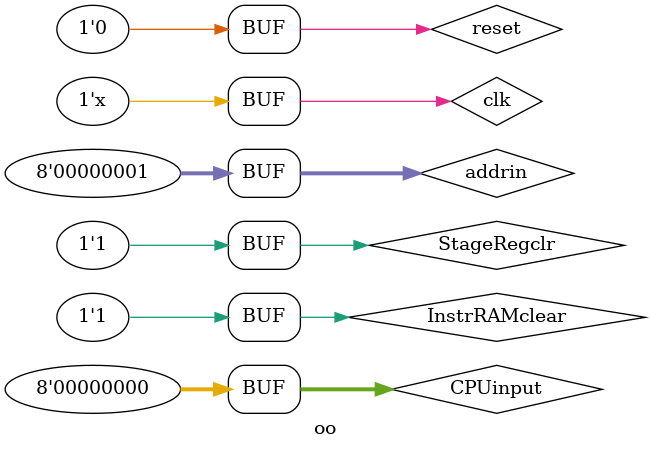
<source format=v>
`timescale 1ns / 1ps


module oo;

	// Inputs
	reg reset;
	reg [7:0] CPUinput;
	reg clk;
	reg InstrRAMclear;
	reg StageRegclr;
	reg [7:0] addrin;

	// Outputs
	wire [7:0] CPUoutput;
	wire [4:0] StageRegInstr_out;
	wire [2:0] StageRegAddrMode_out;
	wire [8:0] StageRegData_out;
	wire [15:0] IRAM_data_out;
	
	
	wire InstrRAMenable,InstrRAMread_en,InstrRAMwrite_en,PCounterIncb_in,PCounterInccontrol_in,StageRegld_str ;
	wire PCounterControl,PCounterclr,PCounterin;

	// Instantiate the Unit Under Test (UUT)
	CPU uut (
		.reset(reset), 
		.CPUinput(CPUinput), 
		.CPUoutput(CPUoutput), 
		.clk(clk), 
		.InstrRAMenable(InstrRAMenable), 
		.InstrRAMread_en(InstrRAMread_en), 
		.PCounterIncb_in(PCounterIncb_in), 
		.PCounterInccontrol_in(PCounterInccontrol_in), 
		.StageRegld_str(StageRegld_str), 
		.StageRegInstr_out(StageRegInstr_out), 
		.StageRegAddrMode_out(StageRegAddrMode_out), 
		.InstrRAMclear(InstrRAMclear), 
		.StageRegclr(StageRegclr), 
		.StageRegData_out(StageRegData_out), 
		.IRAM_data_out(IRAM_data_out), 
		.InstrRAMwrite_en(InstrRAMwrite_en), 
		.PCounterControl(PCounterControl), 
		.PCounterclr(PCounterclr), 
		.PCounterin(PCounterin), 
		.addrin(addrin)
	);
	
	
	cont uutt (
		.clk(clk), 
		.reset(reset), 
		.InstrRAMenable(InstrRAMenable), 
		.InstrRAMread_en(InstrRAMread_en), 
		.PCounterIncb_in(PCounterIncb_in), 
		.PCounterInccontrol_in(PCounterInccontrol_in), 
		.StageRegld_str(StageRegld_str),
		.InstrRAMwrite_en(InstrRAMwrite_en),
			.PCounterControl(PCounterControl),.PCounterclr(PCounterclr),.PCounterin(PCounterin)
	);


	initial begin
		// Initialize Inputs
		reset = 1;
		CPUinput = 0;
		clk = 0;
		InstrRAMclear = 1;
		StageRegclr = 1;
		addrin = 1;

		// Wait 100 ns for global reset to finish
		#100;
		reset =0;
		// Add stimulus here

	end
      
		
		always
		begin
		#20 clk =~clk;
		end
		
endmodule


</source>
